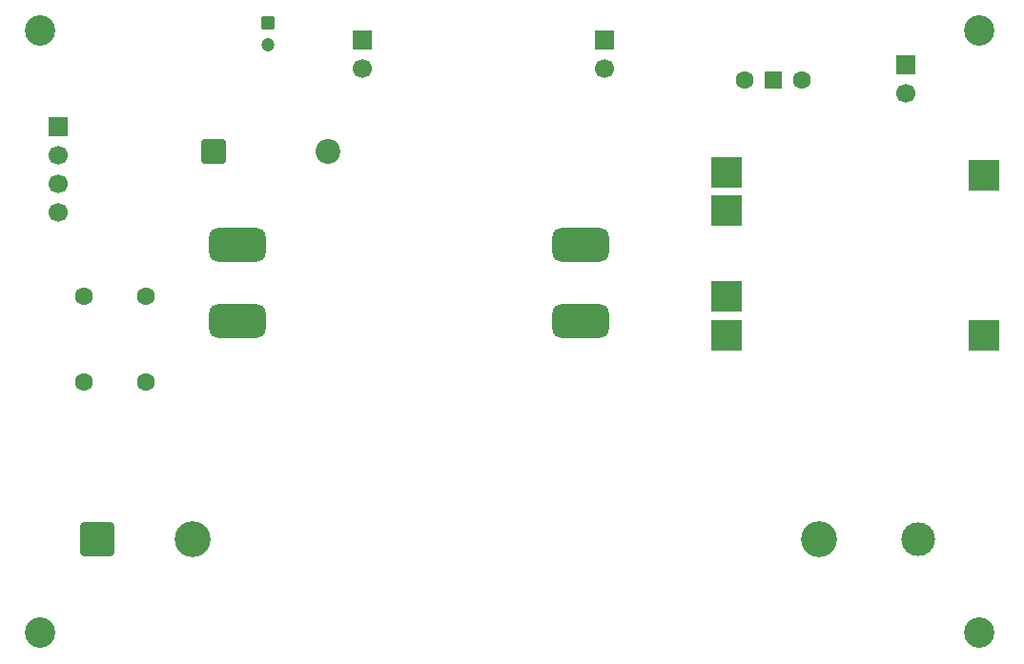
<source format=gbr>
%TF.GenerationSoftware,KiCad,Pcbnew,9.0.6*%
%TF.CreationDate,2026-01-16T16:59:01+03:00*%
%TF.ProjectId,RegulatedPowerSupply3.3V5V,52656775-6c61-4746-9564-506f77657253,rev?*%
%TF.SameCoordinates,Original*%
%TF.FileFunction,Soldermask,Top*%
%TF.FilePolarity,Negative*%
%FSLAX46Y46*%
G04 Gerber Fmt 4.6, Leading zero omitted, Abs format (unit mm)*
G04 Created by KiCad (PCBNEW 9.0.6) date 2026-01-16 16:59:01*
%MOMM*%
%LPD*%
G01*
G04 APERTURE LIST*
G04 Aperture macros list*
%AMRoundRect*
0 Rectangle with rounded corners*
0 $1 Rounding radius*
0 $2 $3 $4 $5 $6 $7 $8 $9 X,Y pos of 4 corners*
0 Add a 4 corners polygon primitive as box body*
4,1,4,$2,$3,$4,$5,$6,$7,$8,$9,$2,$3,0*
0 Add four circle primitives for the rounded corners*
1,1,$1+$1,$2,$3*
1,1,$1+$1,$4,$5*
1,1,$1+$1,$6,$7*
1,1,$1+$1,$8,$9*
0 Add four rect primitives between the rounded corners*
20,1,$1+$1,$2,$3,$4,$5,0*
20,1,$1+$1,$4,$5,$6,$7,0*
20,1,$1+$1,$6,$7,$8,$9,0*
20,1,$1+$1,$8,$9,$2,$3,0*%
G04 Aperture macros list end*
%ADD10C,2.700000*%
%ADD11RoundRect,0.750000X1.750000X0.750000X-1.750000X0.750000X-1.750000X-0.750000X1.750000X-0.750000X0*%
%ADD12C,1.600000*%
%ADD13R,1.500000X1.500000*%
%ADD14R,1.700000X1.700000*%
%ADD15C,1.700000*%
%ADD16RoundRect,0.250000X-0.350000X0.350000X-0.350000X-0.350000X0.350000X-0.350000X0.350000X0.350000X0*%
%ADD17C,1.200000*%
%ADD18R,2.800000X2.800000*%
%ADD19C,3.200000*%
%ADD20RoundRect,0.249999X-1.250001X-1.250001X1.250001X-1.250001X1.250001X1.250001X-1.250001X1.250001X0*%
%ADD21C,3.000000*%
%ADD22RoundRect,0.249999X-0.850001X-0.850001X0.850001X-0.850001X0.850001X0.850001X-0.850001X0.850001X0*%
%ADD23C,2.200000*%
G04 APERTURE END LIST*
D10*
%TO.C,REF\u002A\u002A*%
X184300000Y-72125000D03*
%TD*%
%TO.C,REF\u002A\u002A*%
X184300000Y-125650000D03*
%TD*%
%TO.C,REF\u002A\u002A*%
X100850000Y-125650000D03*
%TD*%
%TO.C,REF\u002A\u002A*%
X100850000Y-72125000D03*
%TD*%
D11*
%TO.C,MT3608_Module1*%
X148900000Y-91150000D03*
X148900000Y-97950000D03*
X118400000Y-97950000D03*
X118400000Y-91150000D03*
%TD*%
D12*
%TO.C,OnOff_SlidingSW1*%
X168575000Y-76525000D03*
X163495000Y-76525000D03*
D13*
X166035000Y-76525000D03*
%TD*%
D14*
%TO.C,PWROFF_IND1*%
X177775000Y-75135000D03*
D15*
X177775000Y-77675000D03*
%TD*%
D14*
%TO.C,AMS1117_VOUTGND1*%
X129475000Y-72960000D03*
D15*
X129475000Y-75500000D03*
%TD*%
D14*
%TO.C,AMS1117_VINGND1*%
X150975000Y-72960000D03*
D15*
X150975000Y-75500000D03*
%TD*%
D16*
%TO.C,C1*%
X121125000Y-71400000D03*
D17*
X121125000Y-73400000D03*
%TD*%
D12*
%TO.C,R2*%
X104750000Y-103375000D03*
X104750000Y-95755000D03*
%TD*%
%TO.C,R1*%
X110300000Y-103350000D03*
X110300000Y-95730000D03*
%TD*%
D14*
%TO.C,POWER_RAIL1*%
X102475000Y-80655000D03*
D15*
X102475000Y-83195000D03*
X102475000Y-85735000D03*
X102475000Y-88275000D03*
%TD*%
D18*
%TO.C,TP4056_Module1*%
X184725000Y-99200000D03*
X184725000Y-85000000D03*
X161825000Y-99200000D03*
X161825000Y-84700000D03*
X161825000Y-95700000D03*
X161825000Y-88100000D03*
%TD*%
D19*
%TO.C,Li-ion Rechargable BT1*%
X114445000Y-117325000D03*
X170055000Y-117325000D03*
D20*
X106000000Y-117325000D03*
D21*
X178900000Y-117325000D03*
%TD*%
D22*
%TO.C,D1*%
X116290000Y-82875000D03*
D23*
X126450000Y-82875000D03*
%TD*%
M02*

</source>
